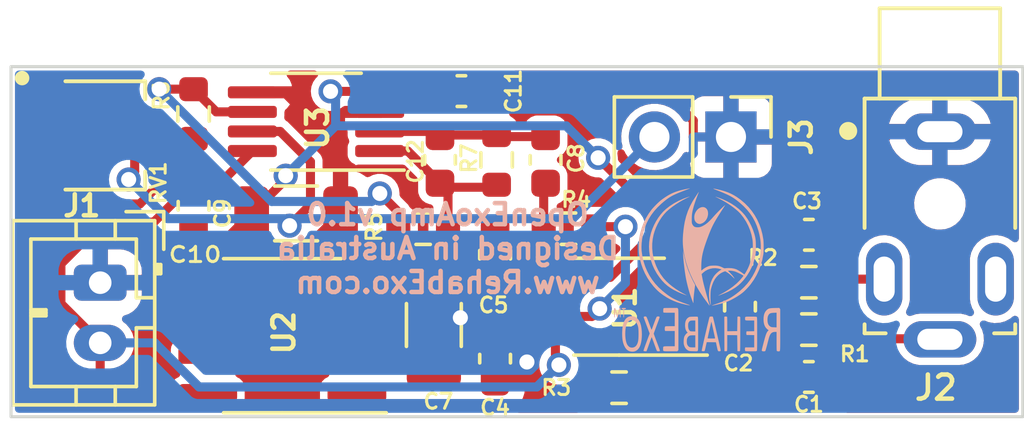
<source format=kicad_pcb>
(kicad_pcb (version 20211014) (generator pcbnew)
  (title_block (title "Differential Bio-amplifier") (date "2023-05-07") (rev "1.0") (company "RehabExo Pty Ltd") (comment 1 "Dr. Monzurul Alam"))
  (layers (0 "F.Cu" signal) (31 "B.Cu" signal) (34 "B.Paste" user) (35 "F.Paste" user) (36 "B.SilkS" user "B.Silkscreen") (37 "F.SilkS" user "F.Silkscreen") (38 "B.Mask" user) (39 "F.Mask" user) (44 "Edge.Cuts" user))
  (net 0 "")
  (net 1 "GND")
  (net 2 "Net-(C1-Pad2)")
  (net 3 "Net-(C2-Pad2)")
  (net 4 "/+Vcc")
  (net 5 "/-Vcc")
  (net 6 "Net-(C7-Pad1)")
  (net 7 "Net-(C7-Pad2)")
  (net 8 "Net-(C8-Pad1)")
  (net 9 "Net-(C12-Pad1)")
  (net 10 "/Vsig")
  (net 11 "/Vb")
  (net 12 "/Va")
  (net 13 "/Vout")
  (net 14 "Net-(R3-Pad1)")
  (net 15 "Net-(R3-Pad2)")
  (net 16 "Net-(R4-Pad1)")
  (net 17 "Net-(R5-Pad1)")
  (net 18 "Net-(R6-Pad2)")
  (footprint "RehabExo:CUI_SJ1-2503A" (layer "F.Cu") (at 132.9743 96.9028)
    (fp_text reference "J2" (at -0.1323 8.5072) (layer "F.SilkS") (effects (font (size 0.80126 0.80126))))
    (fp_text value "SJ1-2503A" hide)
    (pad "" np_thru_hole circle locked (at 0 2.4) (size 1.2 1.2) (drill 1.2) (layers *.Cu *.Mask))
    (pad "1" thru_hole oval locked (at 0 0) (size 2.416 1.208) (drill oval 1.5 0.7) (layers *.Cu *.Mask) (net 1 "GND"))
    (pad "2" thru_hole oval locked (at -1.85 4.9) (size 1.208 2.416) (drill oval 0.7 1.5) (layers *.Cu *.Mask) (net 11 "/Vb"))
    (pad "3" thru_hole oval locked (at 1.85 4.9) (size 1.208 2.416) (drill oval 0.7 1.5) (layers *.Cu *.Mask))
    (pad "4" thru_hole oval locked (at 0 6.9) (size 2.416 1.208) (drill oval 1.5 0.7) (layers *.Cu *.Mask) (net 12 "/Va"))
  )
  (footprint "Capacitor_SMD:C_1206_3216Metric" (layer "F.Cu") (at 116.1796 103.3272 90)
    (fp_text reference "C7" (at -2.54 0.1524 180) (layer "F.SilkS") (effects (font (size 0.5 0.5) (thickness 0.1))))
    (fp_text value "10uF" hide)
    (pad "1" smd roundrect (at -1.475 0 90) (size 1.15 1.8) (layers "F.Cu" "F.Paste" "F.Mask") (roundrect_rratio 0.2173913043) (net 6 "Net-(C7-Pad1)"))
    (pad "2" smd roundrect (at 1.475 0 90) (size 1.15 1.8) (layers "F.Cu" "F.Paste" "F.Mask") (roundrect_rratio 0.2173913043) (net 7 "Net-(C7-Pad2)"))
  )
  (footprint "Capacitor_SMD:C_0603_1608Metric" (layer "F.Cu") (at 128.6256 105.0544 180)
    (fp_text reference "C1" (at 0 -0.9144 180) (layer "F.SilkS") (effects (font (size 0.5 0.5) (thickness 0.1))))
    (fp_text value "2.2pF" hide)
    (pad "1" smd roundrect (at -0.775 0 180) (size 0.9 0.95) (layers "F.Cu" "F.Paste" "F.Mask") (net 1 "GND"))
    (pad "2" smd roundrect (at 0.775 0 180) (size 0.9 0.95) (layers "F.Cu" "F.Paste" "F.Mask") (net 2 "Net-(C1-Pad2)"))
  )
  (footprint "Capacitor_SMD:C_0603_1608Metric" (layer "F.Cu") (at 117.094 95.5548)
    (fp_text reference "C11" (at 1.7272 0 90) (layer "F.SilkS") (effects (font (size 0.5 0.5) (thickness 0.1))))
    (fp_text value "100nF" hide)
    (pad "1" smd roundrect (at -0.775 0) (size 0.9 0.95) (layers "F.Cu" "F.Paste" "F.Mask") (net 5 "/-Vcc"))
    (pad "2" smd roundrect (at 0.775 0) (size 0.9 0.95) (layers "F.Cu" "F.Paste" "F.Mask") (net 1 "GND"))
  )
  (footprint "Resistor_SMD:R_0603_1608Metric" (layer "F.Cu") (at 118.2624 97.8408 -90)
    (fp_text reference "R7" (at -0.0508 0.9144 -90) (layer "F.SilkS") (effects (font (size 0.5 0.5) (thickness 0.1))))
    (fp_text value "100K" hide)
    (pad "1" smd roundrect (at -0.825 0 270) (size 0.8 0.95) (layers "F.Cu" "F.Paste" "F.Mask") (net 9 "Net-(C12-Pad1)"))
    (pad "2" smd roundrect (at 0.825 0 270) (size 0.8 0.95) (layers "F.Cu" "F.Paste" "F.Mask") (net 10 "/Vsig"))
  )
  (footprint "Resistor_SMD:R_0603_1608Metric" (layer "F.Cu") (at 108.204 96.3168 -90)
    (fp_text reference "R6" (at -0.6096 1.0668 90) (layer "F.SilkS") (effects (font (size 0.5 0.5) (thickness 0.1))))
    (fp_text value "10K" hide)
    (pad "1" smd roundrect (at -0.825 0 270) (size 0.8 0.95) (layers "F.Cu" "F.Paste" "F.Mask") (net 17 "Net-(R5-Pad1)"))
    (pad "2" smd roundrect (at 0.825 0 270) (size 0.8 0.95) (layers "F.Cu" "F.Paste" "F.Mask") (net 18 "Net-(R6-Pad2)"))
  )
  (footprint "Capacitor_SMD:C_0603_1608Metric" (layer "F.Cu") (at 108.204 99.3648 90)
    (fp_text reference "C10" (at -1.6256 0.0508) (layer "F.SilkS") (effects (font (size 0.5 0.6) (thickness 0.1))))
    (fp_text value "100nF" hide)
    (pad "1" smd roundrect (at -0.775 0 90) (size 0.9 0.95) (layers "F.Cu" "F.Paste" "F.Mask") (net 1 "GND"))
    (pad "2" smd roundrect (at 0.775 0 90) (size 0.9 0.95) (layers "F.Cu" "F.Paste" "F.Mask") (net 4 "/+Vcc"))
  )
  (footprint "Capacitor_SMD:C_0603_1608Metric" (layer "F.Cu") (at 116.3828 97.8408 -90)
    (fp_text reference "C12" (at 0.0508 0.8128 90) (layer "F.SilkS") (effects (font (size 0.5 0.5) (thickness 0.1))))
    (fp_text value "1nF" hide)
    (pad "1" smd roundrect (at -0.775 0 270) (size 0.9 0.95) (layers "F.Cu" "F.Paste" "F.Mask") (net 9 "Net-(C12-Pad1)"))
    (pad "2" smd roundrect (at 0.775 0 270) (size 0.9 0.95) (layers "F.Cu" "F.Paste" "F.Mask") (net 10 "/Vsig"))
  )
  (footprint "Package_SO:SOIC-8_3.9x4.9mm_P1.27mm" (layer "F.Cu") (at 111.1504 103.6828 180)
    (fp_text reference "U2" (at -0.0508 0.1016 270) (layer "F.SilkS") (effects (font (size 0.7 0.7))))
    (fp_text value "ICL7660" hide)
    (pad "1" smd roundrect (at -2.475 -1.905 180) (size 1.95 0.6) (layers "F.Cu" "F.Paste" "F.Mask"))
    (pad "2" smd roundrect (at -2.475 -0.635 180) (size 1.95 0.6) (layers "F.Cu" "F.Paste" "F.Mask") (net 6 "Net-(C7-Pad1)"))
    (pad "3" smd roundrect (at -2.475 0.635 180) (size 1.95 0.6) (layers "F.Cu" "F.Paste" "F.Mask") (net 1 "GND"))
    (pad "4" smd roundrect (at -2.475 1.905 180) (size 1.95 0.6) (layers "F.Cu" "F.Paste" "F.Mask") (net 7 "Net-(C7-Pad2)"))
    (pad "5" smd roundrect (at 2.475 1.905 180) (size 1.95 0.6) (layers "F.Cu" "F.Paste" "F.Mask") (net 5 "/-Vcc"))
    (pad "6" smd roundrect (at 2.475 0.635 180) (size 1.95 0.6) (layers "F.Cu" "F.Paste" "F.Mask"))
    (pad "7" smd roundrect (at 2.475 -0.635 180) (size 1.95 0.6) (layers "F.Cu" "F.Paste" "F.Mask"))
    (pad "8" smd roundrect (at 2.475 -1.905 180) (size 1.95 0.6) (layers "F.Cu" "F.Paste" "F.Mask") (net 4 "/+Vcc"))
  )
  (footprint "Resistor_SMD:R_0603_1608Metric" (layer "F.Cu") (at 128.6256 103.4796 180)
    (fp_text reference "R1" (at -1.524 -0.8128) (layer "F.SilkS") (effects (font (size 0.5 0.5) (thickness 0.1))))
    (fp_text value "10K" hide)
    (pad "1" smd roundrect (at -0.825 0 180) (size 0.8 0.95) (layers "F.Cu" "F.Paste" "F.Mask") (net 12 "/Va"))
    (pad "2" smd roundrect (at 0.825 0 180) (size 0.8 0.95) (layers "F.Cu" "F.Paste" "F.Mask") (net 2 "Net-(C1-Pad2)"))
  )
  (footprint "Capacitor_SMD:C_0603_1608Metric" (layer "F.Cu") (at 128.6256 100.33)
    (fp_text reference "C3" (at -0.0638 -1.1176 180) (layer "F.SilkS") (effects (font (size 0.5 0.5) (thickness 0.1))))
    (fp_text value "2.2pF" hide)
    (pad "1" smd roundrect (at -0.775 0) (size 0.9 0.95) (layers "F.Cu" "F.Paste" "F.Mask") (net 3 "Net-(C2-Pad2)"))
    (pad "2" smd roundrect (at 0.775 0) (size 0.9 0.95) (layers "F.Cu" "F.Paste" "F.Mask") (net 1 "GND"))
  )
  (footprint "Package_SO:MSOP-8_3x3mm_P0.65mm" (layer "F.Cu") (at 122.3264 102.7176 180)
    (fp_text reference "U1" (at -0.2032 -0.0508 90) (layer "F.SilkS") (effects (font (size 0.7 0.7))))
    (fp_text value "AD8220ARMZ" hide)
    (pad "1" smd roundrect (at -2.1125 -0.975 180) (size 1.625 0.4) (layers "F.Cu" "F.Paste" "F.Mask") (net 2 "Net-(C1-Pad2)"))
    (pad "2" smd roundrect (at -2.1125 -0.325 180) (size 1.625 0.4) (layers "F.Cu" "F.Paste" "F.Mask") (net 15 "Net-(R3-Pad2)"))
    (pad "3" smd roundrect (at -2.1125 0.325 180) (size 1.625 0.4) (layers "F.Cu" "F.Paste" "F.Mask") (net 14 "Net-(R3-Pad1)"))
    (pad "4" smd roundrect (at -2.1125 0.975 180) (size 1.625 0.4) (layers "F.Cu" "F.Paste" "F.Mask") (net 3 "Net-(C2-Pad2)"))
    (pad "5" smd roundrect (at 2.1125 0.975 180) (size 1.625 0.4) (layers "F.Cu" "F.Paste" "F.Mask") (net 5 "/-Vcc"))
    (pad "6" smd roundrect (at 2.1125 0.325 180) (size 1.625 0.4) (layers "F.Cu" "F.Paste" "F.Mask") (net 1 "GND"))
    (pad "7" smd roundrect (at 2.1125 -0.325 180) (size 1.625 0.4) (layers "F.Cu" "F.Paste" "F.Mask") (net 16 "Net-(R4-Pad1)"))
    (pad "8" smd roundrect (at 2.1125 -0.975 180) (size 1.625 0.4) (layers "F.Cu" "F.Paste" "F.Mask") (net 4 "/+Vcc"))
  )
  (footprint "Capacitor_SMD:C_0603_1608Metric" (layer "F.Cu") (at 119.888 97.8408 90)
    (fp_text reference "C8" (at 0.0508 1.016 270) (layer "F.SilkS") (effects (font (size 0.5 0.5) (thickness 0.1))))
    (fp_text value "4.7uF" hide)
    (pad "1" smd roundrect (at -0.775 0 90) (size 0.9 0.95) (layers "F.Cu" "F.Paste" "F.Mask") (net 8 "Net-(C8-Pad1)"))
    (pad "2" smd roundrect (at 0.775 0 90) (size 0.9 0.95) (layers "F.Cu" "F.Paste" "F.Mask") (net 9 "Net-(C12-Pad1)"))
  )
  (footprint "Capacitor_SMD:C_0603_1608Metric" (layer "F.Cu") (at 118.2116 104.4448 -90)
    (fp_text reference "C4" (at 1.6256 0) (layer "F.SilkS") (effects (font (size 0.5 0.5) (thickness 0.1))))
    (fp_text value "100nF" hide)
    (pad "1" smd roundrect (at -0.775 0 270) (size 0.9 0.95) (layers "F.Cu" "F.Paste" "F.Mask") (net 4 "/+Vcc"))
    (pad "2" smd roundrect (at 0.775 0 270) (size 0.9 0.95) (layers "F.Cu" "F.Paste" "F.Mask") (net 1 "GND"))
  )
  (footprint "Resistor_SMD:R_0603_1608Metric" (layer "F.Cu") (at 122.3264 105.41)
    (fp_text reference "R3" (at -2.0828 0) (layer "F.SilkS") (effects (font (size 0.5 0.5) (thickness 0.1))))
    (fp_text value "5.49K" hide)
    (pad "1" smd roundrect (at -0.825 0) (size 0.8 0.95) (layers "F.Cu" "F.Paste" "F.Mask") (net 14 "Net-(R3-Pad1)"))
    (pad "2" smd roundrect (at 0.825 0) (size 0.8 0.95) (layers "F.Cu" "F.Paste" "F.Mask") (net 15 "Net-(R3-Pad2)"))
  )
  (footprint "Capacitor_SMD:C_0603_1608Metric" (layer "F.Cu") (at 118.2116 100.9904 90)
    (fp_text reference "C5" (at -1.6764 -0.0508) (layer "F.SilkS") (effects (font (size 0.5 0.5) (thickness 0.1))))
    (fp_text value "100nF" hide)
    (pad "1" smd roundrect (at -0.775 0 90) (size 0.9 0.95) (layers "F.Cu" "F.Paste" "F.Mask") (net 5 "/-Vcc"))
    (pad "2" smd roundrect (at 0.775 0 90) (size 0.9 0.95) (layers "F.Cu" "F.Paste" "F.Mask") (net 1 "GND"))
  )
  (footprint "RehabExo:TRIM_TC33X-2-104E" (layer "F.Cu") (at 104.8004 97.028)
    (fp_text reference "RV1" (at 2.2352 1.5748 270) (layer "F.SilkS") (effects (font (size 0.5 0.5) (thickness 0.1))))
    (fp_text value "100K" hide)
    (pad "1" smd rect (at -1.8 -1) (size 1.2 1.2) (layers "F.Cu" "F.Paste" "F.Mask") (net 13 "/Vout"))
    (pad "2" smd rect (at 1.45 0 270) (size 1.6 1.5) (layers "F.Cu" "F.Paste" "F.Mask") (net 13 "/Vout"))
    (pad "3" smd rect (at -1.8 1) (size 1.2 1.2) (layers "F.Cu" "F.Paste" "F.Mask") (net 18 "Net-(R6-Pad2)"))
  )
  (footprint "Connector_PinHeader_2.54mm:PinHeader_1x02_P2.54mm_Vertical" (layer "F.Cu") (at 126.0398 97.0788 -90)
    (fp_text reference "J3" (at 0 -2.33 90) (layer "F.SilkS") (effects (font (size 0.7 0.7))))
    (fp_text value "Output" hide)
    (pad "1" thru_hole rect (at 0 0 270) (size 1.7 1.7) (drill 1) (layers *.Cu *.Mask) (net 1 "GND"))
    (pad "2" thru_hole oval (at 0 2.54 270) (size 1.7 1.7) (drill 1) (layers *.Cu *.Mask) (net 13 "/Vout"))
  )
  (footprint "Resistor_SMD:R_0603_1608Metric" (layer "F.Cu") (at 120.65 100.1268 180)
    (fp_text reference "R4" (at -0.254 0.9652 180) (layer "F.SilkS") (effects (font (size 0.5 0.5) (thickness 0.1))))
    (fp_text value "56K" hide)
    (pad "1" smd roundrect (at -0.825 0 180) (size 0.8 0.95) (layers "F.Cu" "F.Paste" "F.Mask") (net 16 "Net-(R4-Pad1)"))
    (pad "2" smd roundrect (at 0.825 0 180) (size 0.8 0.95) (layers "F.Cu" "F.Paste" "F.Mask") (net 8 "Net-(C8-Pad1)"))
  )
  (footprint "Capacitor_SMD:C_0603_1608Metric" (layer "F.Cu") (at 126.3396 102.7176 90)
    (fp_text reference "C2" (at -1.8796 -0.0508 180) (layer "F.SilkS") (effects (font (size 0.5 0.5) (thickness 0.1))))
    (fp_text value "10pF" hide)
    (pad "1" smd roundrect (at -0.775 0 90) (size 0.9 0.95) (layers "F.Cu" "F.Paste" "F.Mask") (net 2 "Net-(C1-Pad2)"))
    (pad "2" smd roundrect (at 0.775 0 90) (size 0.9 0.95) (layers "F.Cu" "F.Paste" "F.Mask") (net 3 "Net-(C2-Pad2)"))
  )
  (footprint "Connector_JST:JST_PH_B2B-PH-K_1x02_P2.00mm_Vertical" (layer "F.Cu") (at 105.1052 101.9208 -90)
    (fp_text reference "J1" (at -2.556 0.6096 180) (layer "F.SilkS") (effects (font (size 0.7 0.7))))
    (fp_text value "Power" hide)
    (pad "1" thru_hole roundrect (at 0 0 270) (size 1.2 1.75) (drill 0.75) (layers *.Cu *.Mask) (roundrect_rratio 0.2083333333) (net 1 "GND"))
    (pad "2" thru_hole oval (at 2 0 270) (size 1.2 1.75) (drill 0.75) (layers *.Cu *.Mask) (net 4 "/+Vcc"))
  )
  (footprint "Resistor_SMD:R_0603_1608Metric" (layer "F.Cu") (at 128.6256 101.9048 180)
    (fp_text reference "R2" (at 1.524 0.8128 180) (layer "F.SilkS") (effects (font (size 0.5 0.5) (thickness 0.1))))
    (fp_text value "10K" hide)
    (pad "1" smd roundrect (at -0.825 0 180) (size 0.8 0.95) (layers "F.Cu" "F.Paste" "F.Mask") (net 11 "/Vb"))
    (pad "2" smd roundrect (at 0.825 0 180) (size 0.8 0.95) (layers "F.Cu" "F.Paste" "F.Mask") (net 3 "Net-(C2-Pad2)"))
  )
  (footprint "Capacitor_SMD:C_1206_3216Metric" (layer "F.Cu") (at 111.6076 99.6188 180)
    (fp_text reference "C9" (at 2.4384 0 90) (layer "F.SilkS") (effects (font (size 0.5 0.5) (thickness 0.1))))
    (fp_text value "10uF" hide)
    (pad "1" smd roundrect (at -1.475 0 180) (size 1.15 1.8) (layers "F.Cu" "F.Paste" "F.Mask") (roundrect_rratio 0.2173913043) (net 1 "GND"))
    (pad "2" smd roundrect (at 1.475 0 180) (size 1.15 1.8) (layers "F.Cu" "F.Paste" "F.Mask") (roundrect_rratio 0.2173913043) (net 5 "/-Vcc"))
  )
  (footprint "Resistor_SMD:R_0603_1608Metric" (layer "F.Cu") (at 115.824 100.1268)
    (fp_text reference "R5" (at -1.6256 -0.0508 90) (layer "F.SilkS") (effects (font (size 0.5 0.5) (thickness 0.1))))
    (fp_text value "1K" hide)
    (pad "1" smd roundrect (at -0.825 0) (size 0.8 0.95) (layers "F.Cu" "F.Paste" "F.Mask") (net 17 "Net-(R5-Pad1)"))
    (pad "2" smd roundrect (at 0.825 0) (size 0.8 0.95) (layers "F.Cu" "F.Paste" "F.Mask") (net 10 "/Vsig"))
  )
  (footprint "Package_SO:MSOP-8_3x3mm_P0.65mm" (layer "F.Cu") (at 112.268 96.5708 180)
    (fp_text reference "U3" (at -0.0508 -0.2032 90) (layer "F.SilkS") (effects (font (size 0.7 0.7))))
    (fp_text value "OP2177ARMZ" hide)
    (pad "1" smd roundrect (at -2.1125 -0.975 180) (size 1.625 0.4) (layers "F.Cu" "F.Paste" "F.Mask") (net 10 "/Vsig"))
    (pad "2" smd roundrect (at -2.1125 -0.325 180) (size 1.625 0.4) (layers "F.Cu" "F.Paste" "F.Mask") (net 9 "Net-(C12-Pad1)"))
    (pad "3" smd roundrect (at -2.1125 0.325 180) (size 1.625 0.4) (layers "F.Cu" "F.Paste" "F.Mask") (net 1 "GND"))
    (pad "4" smd roundrect (at -2.1125 0.975 180) (size 1.625 0.4) (layers "F.Cu" "F.Paste" "F.Mask") (net 5 "/-Vcc"))
    (pad "5" smd roundrect (at 2.1125 0.975 180) (size 1.625 0.4) (layers "F.Cu" "F.Paste" "F.Mask") (net 1 "GND"))
    (pad "6" smd roundrect (at 2.1125 0.325 180) (size 1.625 0.4) (layers "F.Cu" "F.Paste" "F.Mask") (net 17 "Net-(R5-Pad1)"))
    (pad "7" smd roundrect (at 2.1125 -0.325 180) (size 1.625 0.4) (layers "F.Cu" "F.Paste" "F.Mask") (net 13 "/Vout"))
    (pad "8" smd roundrect (at 2.1125 -0.975 180) (size 1.625 0.4) (layers "F.Cu" "F.Paste" "F.Mask") (net 4 "/+Vcc"))
  )
  (footprint "RehabExo:RehabExoNameLogo_6mmx8.5mm" (layer "B.Cu") (at 125.045471 102.28296 180)
    (fp_text reference "Gback" hide)
    (fp_text value "LOGO" hide)
  )
  (gr_rect (start 102.1461 106.3752) (end 135.7249 94.742) (layer "Edge.Cuts") (width 0.1) (fill none))
  (gr_text "OpenExoAmp v1.0\nDesigned in Australia\nwww.RehabExo.com" (at 116.6368 100.7872) (layer "B.SilkS") (effects (font (size 0.7 0.7)) (justify mirror)))
  (segment (start 129.4006 97.0788) (end 126.0398 97.0788) (width 0.3) (layer "F.Cu") (net 1))
  (segment (start 117.0215 103.0478) (end 117.0592 103.0855) (width 0.3) (layer "F.Cu") (net 1))
  (segment (start 120.2573 101.0484) (end 120.65 100.6557) (width 0.3) (layer "F.Cu") (net 1))
  (segment (start 124.7897 97.0788) (end 124.7897 96.5319) (width 0.3) (layer "F.Cu") (net 1))
  (segment (start 120.65 99.3649) (end 120.7641 99.2508) (width 0.3) (layer "F.Cu") (net 1))
  (segment (start 129.4006 97.0788) (end 131.1902 97.0788) (width 0.3) (layer "F.Cu") (net 1))
  (segment (start 118.711 102.8187) (end 119.1371 102.3926) (width 0.3) (layer "F.Cu") (net 1))
  (segment (start 120.7641 99.2508) (end 120.7641 95.7991) (width 0.3) (layer "F.Cu") (net 1))
  (segment (start 132.9743 96.9028) (end 131.3662 96.9028) (width 0.3) (layer "F.Cu") (net 1))
  (segment (start 118.6039 105.2198) (end 118.2116 105.2198) (width 0.3) (layer "F.Cu") (net 1))
  (segment (start 120.7641 95.7991) (end 120.5198 95.5548) (width 0.3) (layer "F.Cu") (net 1))
  (segment (start 117.326 102.8187) (end 118.711 102.8187) (width 0.3) (layer "F.Cu") (net 1))
  (segment (start 119.2679 104.5558) (end 118.6039 105.2198) (width 0.3) (layer "F.Cu") (net 1))
  (segment (start 119.0446 101.0484) (end 120.2573 101.0484) (width 0.3) (layer "F.Cu") (net 1))
  (segment (start 113.0826 96.3763) (end 113.2131 96.2458) (width 0.3) (layer "F.Cu") (net 1))
  (segment (start 128.6256 101.105) (end 129.4006 100.33) (width 0.3) (layer "F.Cu") (net 1))
  (segment (start 124.7897 96.5319) (end 124.0569 95.7991) (width 0.3) (layer "F.Cu") (net 1))
  (segment (start 111.9951 96.3763) (end 111.2146 95.5958) (width 0.3) (layer "F.Cu") (net 1))
  (segment (start 120.5198 95.5548) (end 117.869 95.5548) (width 0.3) (layer "F.Cu") (net 1))
  (segment (start 126.0398 97.0788) (end 124.7897 97.0788) (width 0.3) (layer "F.Cu") (net 1))
  (segment (start 118.2116 100.2154) (end 119.0446 101.0484) (width 0.3) (layer "F.Cu") (net 1))
  (segment (start 113.6254 103.0478) (end 117.0215 103.0478) (width 0.3) (layer "F.Cu") (net 1))
  (segment (start 120.65 100.6557) (end 120.65 99.3649) (width 0.3) (layer "F.Cu") (net 1))
  (segment (start 124.0569 95.7991) (end 120.7641 95.7991) (width 0.3) (layer "F.Cu") (net 1))
  (segment (start 119.1371 102.3926) (end 120.2139 102.3926) (width 0.3) (layer "F.Cu") (net 1))
  (segment (start 111.2146 95.5958) (end 110.1555 95.5958) (width 0.3) (layer "F.Cu") (net 1))
  (segment (start 105.1052 101.9208) (end 106.423 101.9208) (width 0.3) (layer "F.Cu") (net 1))
  (segment (start 128.6256 104.2794) (end 128.6256 101.105) (width 0.3) (layer "F.Cu") (net 1))
  (segment (start 113.1054 103.0478) (end 113.6254 103.0478) (width 0.3) (layer "F.Cu") (net 1))
  (segment (start 112.2234 100.478) (end 112.2234 102.1658) (width 0.3) (layer "F.Cu") (net 1))
  (segment (start 113.0826 99.6188) (end 113.0826 96.3763) (width 0.3) (layer "F.Cu") (net 1))
  (segment (start 106.423 101.9208) (end 108.204 100.1398) (width 0.3) (layer "F.Cu") (net 1))
  (segment (start 113.2131 96.2458) (end 114.3805 96.2458) (width 0.3) (layer "F.Cu") (net 1))
  (segment (start 112.2234 102.1658) (end 113.1054 103.0478) (width 0.3) (layer "F.Cu") (net 1))
  (segment (start 113.0826 99.6188) (end 112.2234 100.478) (width 0.3) (layer "F.Cu") (net 1))
  (segment (start 129.4006 105.0544) (end 128.6256 104.2794) (width 0.3) (layer "F.Cu") (net 1))
  (segment (start 131.1902 97.0788) (end 131.3662 96.9028) (width 0.3) (layer "F.Cu") (net 1))
  (segment (start 129.4006 97.0788) (end 129.4006 100.33) (width 0.3) (layer "F.Cu") (net 1))
  (segment (start 113.0826 96.3763) (end 111.9951 96.3763) (width 0.3) (layer "F.Cu") (net 1))
  (segment (start 117.0592 103.0855) (end 117.326 102.8187) (width 0.3) (layer "F.Cu") (net 1))
  (via (at 119.2679 104.5558) (size 0.8) (drill 0.5) (layers "F.Cu" "B.Cu") (net 1))
  (via (at 117.0592 103.0855) (size 0.8) (drill 0.5) (layers "F.Cu" "B.Cu") (net 1))
  (segment (start 124.7897 97.0788) (end 124.7897 97.6233) (width 0.3) (layer "B.Cu") (net 1))
  (segment (start 126.0398 97.0788) (end 124.7897 97.0788) (width 0.3) (layer "B.Cu") (net 1))
  (segment (start 119.2679 103.0855) (end 119.2679 104.5558) (width 0.3) (layer "B.Cu") (net 1))
  (segment (start 119.2679 102.1799) (end 119.2679 103.0855) (width 0.3) (layer "B.Cu") (net 1))
  (segment (start 123.8125 98.6005) (end 122.8473 98.6005) (width 0.3) (layer "B.Cu") (net 1))
  (segment (start 119.2679 103.0855) (end 117.0592 103.0855) (width 0.3) (layer "B.Cu") (net 1))
  (segment (start 115.8945 101.9208) (end 117.0592 103.0855) (width 0.3) (layer "B.Cu") (net 1))
  (segment (start 124.7897 97.6233) (end 123.8125 98.6005) (width 0.3) (layer "B.Cu") (net 1))
  (segment (start 122.8473 98.6005) (end 119.2679 102.1799) (width 0.3) (layer "B.Cu") (net 1))
  (segment (start 105.1052 101.9208) (end 115.8945 101.9208) (width 0.3) (layer "B.Cu") (net 1))
  (segment (start 124.4389 103.6926) (end 126.1396 103.6926) (width 0.3) (layer "F.Cu") (net 2))
  (segment (start 127.7876 104.9914) (end 127.8506 105.0544) (width 0.3) (layer "F.Cu") (net 2))
  (segment (start 127.7876 103.4926) (end 127.8006 103.4796) (width 0.3) (layer "F.Cu") (net 2))
  (segment (start 126.3396 103.4926) (end 127.7876 103.4926) (width 0.3) (layer "F.Cu") (net 2))
  (segment (start 126.1396 103.6926) (end 126.3396 103.4926) (width 0.3) (layer "F.Cu") (net 2))
  (segment (start 127.7876 103.4926) (end 127.7876 104.9914) (width 0.3) (layer "F.Cu") (net 2))
  (segment (start 126.3774 101.9048) (end 126.3396 101.9426) (width 0.3) (layer "F.Cu") (net 3))
  (segment (start 127.8006 100.38) (end 127.8006 101.9048) (width 0.3) (layer "F.Cu") (net 3))
  (segment (start 127.8506 100.33) (end 127.8006 100.38) (width 0.3) (layer "F.Cu") (net 3))
  (segment (start 126.1396 101.7426) (end 126.3396 101.9426) (width 0.3) (layer "F.Cu") (net 3))
  (segment (start 127.8006 101.9048) (end 126.3774 101.9048) (width 0.3) (layer "F.Cu") (net 3))
  (segment (start 124.4389 101.7426) (end 126.1396 101.7426) (width 0.3) (layer "F.Cu") (net 3))
  (segment (start 120.2139 104.5392) (end 120.3285 104.6538) (width 0.3) (layer "F.Cu") (net 4))
  (segment (start 103.8016 101.2967) (end 105.1912 99.9071) (width 0.3) (layer "F.Cu") (net 4))
  (segment (start 105.1912 99.9071) (end 106.8867 99.9071) (width 0.3) (layer "F.Cu") (net 4))
  (segment (start 105.1052 104.9209) (end 105.7721 105.5878) (width 0.3) (layer "F.Cu") (net 4))
  (segment (start 109.1115 98.5898) (end 108.204 98.5898) (width 0.3) (layer "F.Cu") (net 4))
  (segment (start 103.8016 102.6172) (end 103.8016 101.2967) (width 0.3) (layer "F.Cu") (net 4))
  (segment (start 105.7721 105.5878) (end 108.6754 105.5878) (width 0.3) (layer "F.Cu") (net 4))
  (segment (start 106.8867 99.9071) (end 108.204 98.5898) (width 0.3) (layer "F.Cu") (net 4))
  (segment (start 105.1052 103.9208) (end 103.8016 102.6172) (width 0.3) (layer "F.Cu") (net 4))
  (segment (start 120.1911 103.6698) (end 120.2139 103.6926) (width 0.3) (layer "F.Cu") (net 4))
  (segment (start 110.1555 97.5458) (end 109.1115 98.5898) (width 0.3) (layer "F.Cu") (net 4))
  (segment (start 105.1052 103.9208) (end 105.1052 104.9209) (width 0.3) (layer "F.Cu") (net 4))
  (segment (start 120.2139 103.6926) (end 120.2139 104.5392) (width 0.3) (layer "F.Cu") (net 4))
  (segment (start 118.2116 103.6698) (end 120.1911 103.6698) (width 0.3) (layer "F.Cu") (net 4))
  (via (at 120.3285 104.6538) (size 0.8) (drill 0.5) (layers "F.Cu" "B.Cu") (net 4))
  (segment (start 106.9201 103.9208) (end 106.3803 103.9208) (width 0.3) (layer "B.Cu") (net 4))
  (segment (start 108.3844 105.3851) (end 106.9201 103.9208) (width 0.3) (layer "B.Cu") (net 4))
  (segment (start 119.5972 105.3851) (end 108.3844 105.3851) (width 0.3) (layer "B.Cu") (net 4))
  (segment (start 120.3285 104.6538) (end 119.5972 105.3851) (width 0.3) (layer "B.Cu") (net 4))
  (segment (start 105.1052 103.9208) (end 106.3803 103.9208) (width 0.3) (layer "B.Cu") (net 4))
  (segment (start 122.0326 101.7426) (end 123.3814 100.3938) (width 0.3) (layer "F.Cu") (net 5))
  (segment (start 110.1326 99.6188) (end 111.2623 98.4891) (width 0.3) (layer "F.Cu") (net 5))
  (segment (start 108.6754 101.076) (end 110.1326 99.6188) (width 0.3) (layer "F.Cu") (net 5))
  (segment (start 111.2623 98.4891) (end 111.2623 98.3649) (width 0.3) (layer "F.Cu") (net 5))
  (segment (start 114.3805 95.5958) (end 114.3485 95.5638) (width 0.3) (layer "F.Cu") (net 5))
  (segment (start 123.3814 100.3938) (end 123.3814 99.5215) (width 0.3) (layer "F.Cu") (net 5))
  (segment (start 114.3805 95.5958) (end 114.4215 95.5548) (width 0.3) (layer "F.Cu") (net 5))
  (segment (start 120.2139 101.7426) (end 118.2344 101.7426) (width 0.3) (layer "F.Cu") (net 5))
  (segment (start 120.2139 101.7426) (end 122.0326 101.7426) (width 0.3) (layer "F.Cu") (net 5))
  (segment (start 123.3814 99.5215) (end 121.6316 97.7717) (width 0.3) (layer "F.Cu") (net 5))
  (segment (start 114.4215 95.5548) (end 116.319 95.5548) (width 0.3) (layer "F.Cu") (net 5))
  (segment (start 118.2344 101.7426) (end 118.2116 101.7654) (width 0.3) (layer "F.Cu") (net 5))
  (segment (start 114.3485 95.5638) (end 112.7506 95.5638) (width 0.3) (layer "F.Cu") (net 5))
  (segment (start 108.6754 101.7778) (end 108.6754 101.076) (width 0.3) (layer "F.Cu") (net 5))
  (via (at 121.6316 97.7717) (size 0.8) (drill 0.5) (layers "F.Cu" "B.Cu") (net 5))
  (via (at 111.2623 98.3649) (size 0.8) (drill 0.5) (layers "F.Cu" "B.Cu") (net 5))
  (via (at 112.7506 95.5638) (size 0.8) (drill 0.5) (layers "F.Cu" "B.Cu") (net 5))
  (segment (start 120.5687 96.7088) (end 121.6316 97.7717) (width 0.3) (layer "B.Cu") (net 5))
  (segment (start 112.7506 95.5638) (end 112.9184 95.7316) (width 0.3) (layer "B.Cu") (net 5))
  (segment (start 112.9184 96.7088) (end 120.5687 96.7088) (width 0.3) (layer "B.Cu") (net 5))
  (segment (start 112.9184 95.7316) (end 112.9184 96.7088) (width 0.3) (layer "B.Cu") (net 5))
  (segment (start 112.9184 96.7088) (end 111.2623 98.3649) (width 0.3) (layer "B.Cu") (net 5))
  (segment (start 115.6952 104.3178) (end 116.1796 104.8022) (width 0.3) (layer "F.Cu") (net 6))
  (segment (start 113.6254 104.3178) (end 115.6952 104.3178) (width 0.3) (layer "F.Cu") (net 6))
  (segment (start 113.6254 101.7778) (end 113.6998 101.8522) (width 0.3) (layer "F.Cu") (net 7))
  (segment (start 113.6998 101.8522) (end 116.1796 101.8522) (width 0.3) (layer "F.Cu") (net 7))
  (segment (start 119.825 100.1268) (end 119.825 98.6788) (width 0.3) (layer "F.Cu") (net 8))
  (segment (start 119.825 98.6788) (end 119.888 98.6158) (width 0.3) (layer "F.Cu") (net 8))
  (segment (start 118.3124 97.0658) (end 118.2624 97.0158) (width 0.3) (layer "F.Cu") (net 9))
  (segment (start 114.3805 96.8958) (end 116.2128 96.8958) (width 0.3) (layer "F.Cu") (net 9))
  (segment (start 116.4328 97.0158) (end 116.3828 97.0658) (width 0.3) (layer "F.Cu") (net 9))
  (segment (start 119.888 97.0658) (end 118.3124 97.0658) (width 0.3) (layer "F.Cu") (net 9))
  (segment (start 116.2128 96.8958) (end 116.3828 97.0658) (width 0.3) (layer "F.Cu") (net 9))
  (segment (start 118.2624 97.0158) (end 116.4328 97.0158) (width 0.3) (layer "F.Cu") (net 9))
  (segment (start 115.3128 97.5458) (end 116.3828 98.6158) (width 0.3) (layer "F.Cu") (net 10))
  (segment (start 116.5159 98.7489) (end 116.649 98.7489) (width 0.3) (layer "F.Cu") (net 10))
  (segment (start 116.3828 98.6158) (end 116.5159 98.7489) (width 0.3) (layer "F.Cu") (net 10))
  (segment (start 114.3805 97.5458) (end 115.3128 97.5458) (width 0.3) (layer "F.Cu") (net 10))
  (segment (start 116.649 98.7489) (end 116.649 100.1268) (width 0.3) (layer "F.Cu") (net 10))
  (segment (start 118.1793 98.7489) (end 118.2624 98.6658) (width 0.3) (layer "F.Cu") (net 10))
  (segment (start 116.649 98.7489) (end 118.1793 98.7489) (width 0.3) (layer "F.Cu") (net 10))
  (segment (start 129.4506 101.9048) (end 129.5526 101.8028) (width 0.3) (layer "F.Cu") (net 11))
  (segment (start 129.5526 101.8028) (end 131.1243 101.8028) (width 0.3) (layer "F.Cu") (net 11))
  (segment (start 129.7554 103.7844) (end 132.9559 103.7844) (width 0.3) (layer "F.Cu") (net 12))
  (segment (start 129.4506 103.4796) (end 129.7554 103.7844) (width 0.3) (layer "F.Cu") (net 12))
  (segment (start 132.9559 103.7844) (end 132.9743 103.8028) (width 0.3) (layer "F.Cu") (net 12))
  (segment (start 112.0845 97.9014) (end 112.0845 99.3332) (width 0.3) (layer "F.Cu") (net 13))
  (segment (start 106.2504 97.028) (end 105.1003 97.028) (width 0.3) (layer "F.Cu") (net 13))
  (segment (start 106.0497 98.4928) (end 106.0497 98.4288) (width 0.3) (layer "F.Cu") (net 13))
  (segment (start 104.0005 96.028) (end 105.0005 97.028) (width 0.3) (layer "F.Cu") (net 13))
  (segment (start 110.1555 96.8958) (end 111.0789 96.8958) (width 0.3) (layer "F.Cu") (net 13))
  (segment (start 111.0789 96.8958) (end 112.0845 97.9014) (width 0.3) (layer "F.Cu") (net 13))
  (segment (start 106.2504 97.028) (end 106.2504 98.2281) (width 0.3) (layer "F.Cu") (net 13))
  (segment (start 103.0004 96.028) (end 104.0005 96.028) (width 0.3) (layer "F.Cu") (net 13))
  (segment (start 105.0005 97.028) (end 105.1003 97.028) (width 0.3) (layer "F.Cu") (net 13))
  (segment (start 112.0845 99.3332) (end 111.391 100.0267) (width 0.3) (layer "F.Cu") (net 13))
  (segment (start 106.0497 98.4288) (end 106.2504 98.2281) (width 0.3) (layer "F.Cu") (net 13))
  (via (at 106.0497 98.4928) (size 0.8) (drill 0.5) (layers "F.Cu" "B.Cu") (net 13))
  (via (at 111.391 100.0267) (size 0.8) (drill 0.5) (layers "F.Cu" "B.Cu") (net 13))
  (segment (start 111.391 99.7941) (end 120.7845 99.7941) (width 0.3) (layer "B.Cu") (net 13))
  (segment (start 106.0497 98.4928) (end 107.351 99.7941) (width 0.3) (layer "B.Cu") (net 13))
  (segment (start 107.351 99.7941) (end 111.391 99.7941) (width 0.3) (layer "B.Cu") (net 13))
  (segment (start 120.7845 99.7941) (end 123.4998 97.0788) (width 0.3) (layer "B.Cu") (net 13))
  (segment (start 111.391 100.0267) (end 111.391 99.7941) (width 0.3) (layer "B.Cu") (net 13))
  (segment (start 121.5014 105.41) (end 121.5014 104.2399) (width 0.3) (layer "F.Cu") (net 14))
  (segment (start 121.5014 104.2399) (end 123.3487 102.3926) (width 0.3) (layer "F.Cu") (net 14))
  (segment (start 123.3487 102.3926) (end 124.4389 102.3926) (width 0.3) (layer "F.Cu") (net 14))
  (segment (start 123.1514 105.41) (end 123.1514 103.368) (width 0.3) (layer "F.Cu") (net 15))
  (segment (start 123.1514 103.368) (end 123.4768 103.0426) (width 0.3) (layer "F.Cu") (net 15))
  (segment (start 123.4768 103.0426) (end 124.4389 103.0426) (width 0.3) (layer "F.Cu") (net 15))
  (segment (start 121.5426 100.0592) (end 122.5383 100.0592) (width 0.3) (layer "F.Cu") (net 16))
  (segment (start 121.475 100.1268) (end 121.5426 100.0592) (width 0.3) (layer "F.Cu") (net 16))
  (segment (start 121.6823 102.7831) (end 121.4228 103.0426) (width 0.3) (layer "F.Cu") (net 16))
  (segment (start 121.4228 103.0426) (end 120.2139 103.0426) (width 0.3) (layer "F.Cu") (net 16))
  (via (at 121.6823 102.7831) (size 0.8) (drill 0.5) (layers "F.Cu" "B.Cu") (net 16))
  (via (at 122.5383 100.0592) (size 0.8) (drill 0.5) (layers "F.Cu" "B.Cu") (net 16))
  (segment (start 122.5383 101.9271) (end 121.6823 102.7831) (width 0.3) (layer "B.Cu") (net 16))
  (segment (start 122.5383 100.0592) (end 122.5383 101.9271) (width 0.3) (layer "B.Cu") (net 16))
  (segment (start 114.999 100.1268) (end 114.999 99.5705) (width 0.3) (layer "F.Cu") (net 17))
  (segment (start 114.999 99.5705) (end 114.3851 98.9566) (width 0.3) (layer "F.Cu") (net 17))
  (segment (start 108.2022 95.49) (end 107.0643 95.49) (width 0.3) (layer "F.Cu") (net 17))
  (segment (start 108.204 95.4918) (end 108.2022 95.49) (width 0.3) (layer "F.Cu") (net 17))
  (segment (start 108.958 96.2458) (end 108.204 95.4918) (width 0.3) (layer "F.Cu") (net 17))
  (segment (start 110.1555 96.2458) (end 108.958 96.2458) (width 0.3) (layer "F.Cu") (net 17))
  (via (at 114.3851 98.9566) (size 0.8) (drill 0.5) (layers "F.Cu" "B.Cu") (net 17))
  (via (at 107.0643 95.49) (size 0.8) (drill 0.5) (layers "F.Cu" "B.Cu") (net 17))
  (segment (start 107.0643 95.49) (end 110.7962 99.2219) (width 0.3) (layer "B.Cu") (net 17))
  (segment (start 114.1198 99.2219) (end 114.3851 98.9566) (width 0.3) (layer "B.Cu") (net 17))
  (segment (start 110.7962 99.2219) (end 114.1198 99.2219) (width 0.3) (layer "B.Cu") (net 17))
  (segment (start 108.204 97.2295) (end 108.204 97.1418) (width 0.3) (layer "F.Cu") (net 18))
  (segment (start 106.4202 99.3051) (end 106.9944 98.7309) (width 0.3) (layer "F.Cu") (net 18))
  (segment (start 106.9944 98.7309) (end 106.9944 98.4391) (width 0.3) (layer "F.Cu") (net 18))
  (segment (start 106.9944 98.4391) (end 108.204 97.2295) (width 0.3) (layer "F.Cu") (net 18))
  (segment (start 105.2776 99.3051) (end 106.4202 99.3051) (width 0.3) (layer "F.Cu") (net 18))
  (segment (start 104.0005 98.028) (end 105.2776 99.3051) (width 0.3) (layer "F.Cu") (net 18))
  (segment (start 103.0004 98.028) (end 104.0005 98.028) (width 0.3) (layer "F.Cu") (net 18))
  (zone (net 1) (net_name "GND") (layers F&B.Cu) (connect_pads (clearance 0.13)) (min_thickness 0.254) (fill yes (thermal_gap 0.508) (thermal_bridge_width 0.508))
    (polygon (pts (xy 135.7376 94.7928) (xy 135.6868 106.3752) (xy 102.1588 106.3752) (xy 102.108 94.742)))
  )
)
</source>
